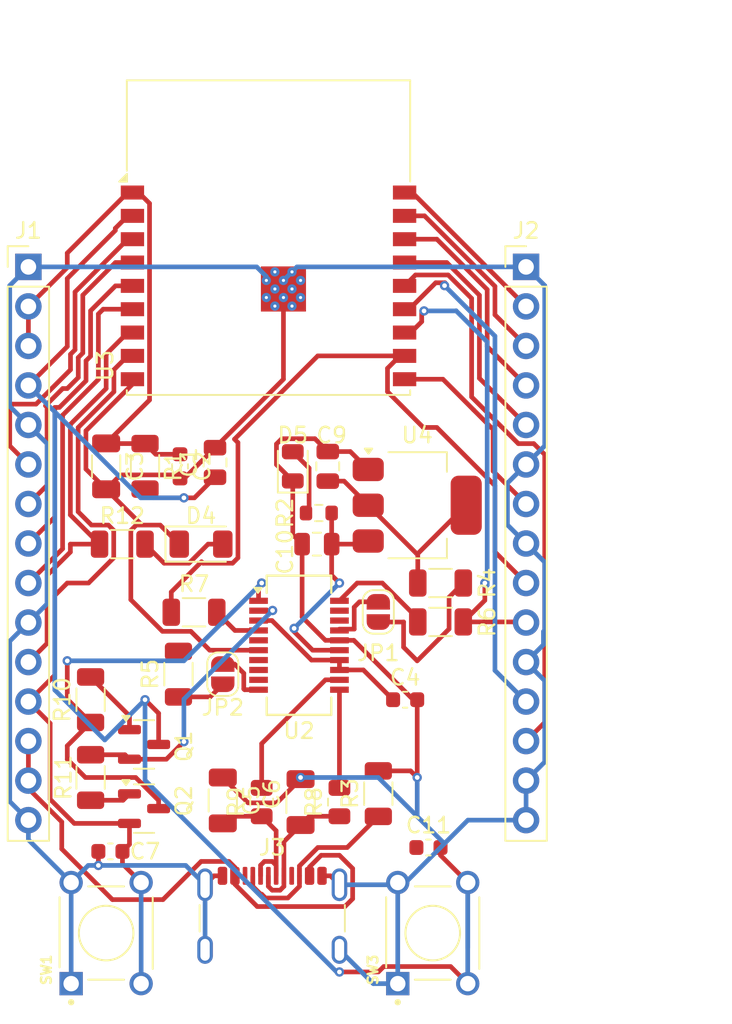
<source format=kicad_pcb>
(kicad_pcb (version 20241229) (generator "pcbnew") (generator_version "9.0")
  (layers (0 "F.Cu" signal) (2 "B.Cu" signal) (13 "F.Paste" user) (15 "B.Paste" user) (5 "F.SilkS" user "F.Silkscreen") (7 "B.SilkS" user "B.Silkscreen") (1 "F.Mask" user) (3 "B.Mask" user) (25 "Edge.Cuts" user))
  (net 0 "")
  (net 1 "/EN")
  (net 2 "GND")
  (net 3 "+3V3")
  (net 4 "/3v3")
  (net 5 "Net-(C5-Pad2)")
  (net 6 "Net-(C6-Pad1)")
  (net 7 "/IO9")
  (net 8 "+5V")
  (net 9 "Net-(D4-A)")
  (net 10 "Net-(D5-A)")
  (net 11 "/IO7")
  (net 12 "/IO5")
  (net 13 "/IO4")
  (net 14 "/IO8")
  (net 15 "/IO6")
  (net 16 "/IO2")
  (net 17 "/IO3")
  (net 18 "/IO19")
  (net 19 "/IO10")
  (net 20 "/U0TXD")
  (net 21 "/IO0")
  (net 22 "/IO1")
  (net 23 "/IO18")
  (net 24 "/U0RXD")
  (net 25 "Net-(J3-CC1)")
  (net 26 "Net-(JP1-A)")
  (net 27 "Net-(JP1-B)")
  (net 28 "Net-(JP2-A)")
  (net 29 "Net-(JP2-B)")
  (net 30 "Net-(Q1-B)")
  (net 31 "/RTS")
  (net 32 "/DTR")
  (net 33 "Net-(Q2-B)")
  (net 34 "Net-(U2-TXD)")
  (net 35 "Net-(U2-RXD)")
  (net 36 "/USBDP")
  (net 37 "/USBDM")
  (footprint "Resistor_SMD:R_1206_3216Metric" (layer "F.Cu") (at 133.5375 92.5)
    (property "Reference" "R12")
    (property "Value" "22k")
  )
  (footprint "Capacitor_SMD:C_0603_1608Metric" (layer "F.Cu") (at 132.775 112.25)
    (property "Reference" "C7")
    (property "Value" "0.1u")
  )
  (footprint "Resistor_SMD:R_1206_3216Metric" (layer "F.Cu") (at 154 95 180)
    (property "Reference" "R4")
    (property "Value" "22k")
  )
  (footprint "sources:SW_1825910-6-4" (layer "F.Cu") (at 132.5 117.5 90)
    (property "Reference" "SW1")
    (property "Value" "SW_MEC_5E")
  )
  (footprint "LED_SMD:LED_1206_3216Metric" (layer "F.Cu") (at 138.6 92.5)
    (property "Reference" "D4")
    (property "Value" "LED")
  )
  (footprint "Capacitor_SMD:C_1206_3216Metric" (layer "F.Cu") (at 140 108.975 -90)
    (property "Reference" "C5")
    (property "Value" "47p")
  )
  (footprint "Capacitor_SMD:C_0805_2012Metric" (layer "F.Cu") (at 139.5 87.25 90)
    (property "Reference" "C1")
    (property "Value" "1u")
  )
  (footprint "Package_TO_SOT_SMD:SOT-23" (layer "F.Cu") (at 134.9375 109.5)
    (property "Reference" "Q2")
    (property "Value" "MMBT2222A")
  )
  (footprint "Resistor_SMD:R_0805_2012Metric" (layer "F.Cu") (at 142.5 109.08 90)
    (property "Reference" "R9")
    (property "Value" "27")
  )
  (footprint "Resistor_SMD:R_1206_3216Metric" (layer "F.Cu") (at 137.15 100.8575 90)
    (property "Reference" "R5")
    (property "Value" "22k")
  )
  (footprint "Capacitor_SMD:C_0805_2012Metric" (layer "F.Cu") (at 146.05 92.5 180)
    (property "Reference" "C10")
    (property "Value" "22u")
  )
  (footprint "LED_SMD:LED_0805_2012Metric" (layer "F.Cu") (at 144.5 87.5 90)
    (property "Reference" "D5")
    (property "Value" "LED")
  )
  (footprint "Resistor_SMD:R_0603_1608Metric" (layer "F.Cu") (at 146.175 90.5 180)
    (property "Reference" "R2")
    (property "Value" "2k")
  )
  (footprint "Jumper:SolderJumper-2_P1.3mm_Open_RoundedPad1.0x1.5mm" (layer "F.Cu") (at 140 100.8575 90)
    (property "Reference" "JP2")
    (property "Value" "~")
  )
  (footprint "Capacitor_SMD:C_1206_3216Metric" (layer "F.Cu") (at 132.5 87.5 -90)
    (property "Reference" "C3")
    (property "Value" "10u")
  )
  (footprint "Package_TO_SOT_SMD:SOT-223-3_TabPin2" (layer "F.Cu") (at 152.5 90)
    (property "Reference" "U4")
    (property "Value" "AMS1117-3.3")
  )
  (footprint "Resistor_SMD:R_0805_2012Metric" (layer "F.Cu") (at 147.5 109.08 90)
    (property "Reference" "R8")
    (property "Value" "27")
  )
  (footprint "Resistor_SMD:R_1206_3216Metric" (layer "F.Cu") (at 150 108.5375 90)
    (property "Reference" "R3")
    (property "Value" "5.1k")
  )
  (footprint "Capacitor_SMD:C_0805_2012Metric" (layer "F.Cu") (at 146.75 87.5 90)
    (property "Reference" "C9")
    (property "Value" "22u")
  )
  (footprint "Capacitor_SMD:C_0603_1608Metric" (layer "F.Cu") (at 137.25 87.5 -90)
    (property "Reference" "C2")
    (property "Value" "0.1u")
  )
  (footprint "Connector_PinHeader_2.54mm:PinHeader_1x15_P2.54mm_Vertical" (layer "F.Cu") (at 127.5 74.68)
    (property "Reference" "J1")
    (property "Value" "Conn_01x15_Pin")
  )
  (footprint "Package_SO:SSOP-20_3.9x8.7mm_P0.635mm" (layer "F.Cu") (at 144.9 99)
    (property "Reference" "U2")
    (property "Value" "FT231XS")
  )
  (footprint "Capacitor_SMD:C_0603_1608Metric" (layer "F.Cu") (at 151.725 102.5)
    (property "Reference" "C4")
    (property "Value" "0.1u")
  )
  (footprint "Jumper:SolderJumper-2_P1.3mm_Open_RoundedPad1.0x1.5mm" (layer "F.Cu") (at 150 96.8575 -90)
    (property "Reference" "JP1")
    (property "Value" "~")
  )
  (footprint "RF_Module:ESP32-C3-WROOM-02" (layer "F.Cu") (at 142.94 75.9)
    (property "Reference" "U3")
    (property "Value" "ESP32-C3-WROOM-02")
  )
  (footprint "Resistor_SMD:R_1206_3216Metric" (layer "F.Cu") (at 154 97.5)
    (property "Reference" "R6")
    (property "Value" "1")
  )
  (footprint "Resistor_SMD:R_1206_3216Metric" (layer "F.Cu") (at 131.5 102.5 90)
    (property "Reference" "R10")
    (property "Value" "10k")
  )
  (footprint "Connector_PinHeader_2.54mm:PinHeader_1x15_P2.54mm_Vertical" (layer "F.Cu") (at 159.5 74.68)
    (property "Reference" "J2")
    (property "Value" "Conn_01x15_Pin")
  )
  (footprint "Package_TO_SOT_SMD:SOT-23" (layer "F.Cu") (at 134.9375 105.375)
    (property "Reference" "Q1")
    (property "Value" "MMBT2222A")
  )
  (footprint "Resistor_SMD:R_1206_3216Metric" (layer "F.Cu") (at 135 87.5 -90)
    (property "Reference" "R1")
    (property "Value" "10k")
  )
  (footprint "Capacitor_SMD:C_0603_1608Metric" (layer "F.Cu") (at 153.225 112)
    (property "Reference" "C11")
    (property "Value" "0.1u")
  )
  (footprint "Resistor_SMD:R_1206_3216Metric" (layer "F.Cu") (at 131.5 107.5 -90)
    (property "Reference" "R11")
    (property "Value" "10k")
  )
  (footprint "Resistor_SMD:R_1206_3216Metric" (layer "F.Cu") (at 138.15 96.88)
    (property "Reference" "R7")
    (property "Value" "1")
  )
  (footprint "Capacitor_SMD:C_1206_3216Metric" (layer "F.Cu") (at 145 109.08 90)
    (property "Reference" "C6")
    (property "Value" "47p")
  )
  (footprint "Connector_USB:USB_C_Receptacle_GCT_USB4105-xx-A_16P_TopMnt_Horizontal" (layer "F.Cu") (at 143.18 117.5)
    (property "Reference" "J3")
    (property "Value" "USB_C_Receptacle_USB2.0_14P")
  )
  (footprint "sources:SW_1825910-6-4" (layer "F.Cu") (at 153.5 117.5 90)
    (property "Reference" "SW3")
    (property "Value" "SW_MEC_5E")
  )
  (segment (start 130 79.8) (end 130 75.427106) (width 0.3) (layer "F.Cu") (net 1))
  (segment (start 130 75.427106) (end 133.09 72.337106) (width 0.3) (layer "F.Cu") (net 1))
  (segment (start 138.175 89.525) (end 139.5 88.2) (width 0.3) (layer "F.Cu") (net 1))
  (segment (start 150 120) (end 147.5 120) (width 0.3) (layer "F.Cu") (net 1))
  (segment (start 135.875 105.375) (end 135.875 103.375) (width 0.3) (layer "F.Cu") (net 1))
  (segment (start 154 112) (end 154 112.5) (width 0.3) (layer "F.Cu") (net 1))
  (segment (start 135 88.9625) (end 135.5625 89.525) (width 0.3) (layer "F.Cu") (net 1))
  (segment (start 133.09 72.2) (end 133.89 71.4) (width 0.3) (layer "F.Cu") (net 1))
  (segment (start 150.349 119.651) (end 150 120) (width 0.3) (layer "F.Cu") (net 1))
  (segment (start 155.75 120.75) (end 154.651 119.651) (width 0.3) (layer "F.Cu") (net 1))
  (segment (start 127.5 82.3) (end 130 79.8) (width 0.3) (layer "F.Cu") (net 1))
  (segment (start 135.875 103.375) (end 135 102.5) (width 0.3) (layer "F.Cu") (net 1))
  (segment (start 133.89 71.4) (end 134.19 71.4) (width 0.3) (layer "F.Cu") (net 1))
  (segment (start 133.09 72.337106) (end 133.09 72.2) (width 0.3) (layer "F.Cu") (net 1))
  (segment (start 154.651 119.651) (end 150.349 119.651) (width 0.3) (layer "F.Cu") (net 1))
  (segment (start 154 112.5) (end 155.75 114.25) (width 0.3) (layer "F.Cu") (net 1))
  (segment (start 135.5625 89.525) (end 138.175 89.525) (width 0.3) (layer "F.Cu") (net 1))
  (via (at 137.5 89.525) (size 0.6) (drill 0.3) (layers "F.Cu" "B.Cu") (net 1))
  (via (at 147.5 120) (size 0.6) (drill 0.3) (layers "F.Cu" "B.Cu") (net 1))
  (via (at 135 102.5) (size 0.6) (drill 0.3) (layers "F.Cu" "B.Cu") (net 1))
  (segment (start 137.5 89.525) (end 134.725 89.525) (width 0.3) (layer "B.Cu") (net 1))
  (segment (start 147.322918 120) (end 135 107.677082) (width 0.3) (layer "B.Cu") (net 1))
  (segment (start 147.5 120) (end 147.322918 120) (width 0.3) (layer "B.Cu") (net 1))
  (segment (start 135 107.677082) (end 135 102.5) (width 0.3) (layer "B.Cu") (net 1))
  (segment (start 129.2 101.877082) (end 129.2 84) (width 0.3) (layer "B.Cu") (net 1))
  (segment (start 132.411459 105.088541) (end 129.2 101.877082) (width 0.3) (layer "B.Cu") (net 1))
  (segment (start 155.75 114.25) (end 155.75 118.448) (width 0.3) (layer "B.Cu") (net 1))
  (segment (start 155.75 114.25) (end 155.75 120.75) (width 0.3) (layer "B.Cu") (net 1))
  (segment (start 129.2 84) (end 127.5 82.3) (width 0.3) (layer "B.Cu") (net 1))
  (segment (start 134.725 89.525) (end 129.2 84) (width 0.3) (layer "B.Cu") (net 1))
  (segment (start 135 102.5) (end 132.411459 105.088541) (width 0.3) (layer "B.Cu") (net 1))
  (segment (start 143.475 109.13) (end 145 107.605) (width 0.3) (layer "F.Cu") (net 2))
  (segment (start 148.426908 98.6825) (end 152.244408 102.5) (width 0.3) (layer "F.Cu") (net 2))
  (segment (start 137.2 92.5) (end 135.975 91.275) (width 0.3) (layer "F.Cu") (net 2))
  (segment (start 137.25 88.275) (end 137.525 88.275) (width 0.3) (layer "F.Cu") (net 2))
  (segment (start 148.2 86.55) (end 149.35 87.7) (width 0.3) (layer "F.Cu") (net 2))
  (segment (start 145 107.605) (end 145 107.5) (width 0.3) (layer "F.Cu") (net 2))
  (segment (start 143.45 86.066056) (end 143.45 87.3875) (width 0.3) (layer "F.Cu") (net 2))
  (segment (start 134.432044 91.275) (end 134.8 91.275) (width 0.3) (layer "F.Cu") (net 2))
  (segment (start 131.2 85.214212) (end 131.2 87.675) (width 0.3) (layer "F.Cu") (net 2))
  (segment (start 141.63 109.13) (end 143.475 109.13) (width 0.3) (layer "F.Cu") (net 2))
  (segment (start 134.19 82.224212) (end 131.2 85.214212) (width 0.3) (layer "F.Cu") (net 2))
  (segment (start 134.19 81.9) (end 134.19 82.224212) (width 0.3) (layer "F.Cu") (net 2))
  (segment (start 143.9 81.9) (end 139.5 86.3) (width 0.3) (layer "F.Cu") (net 2))
  (segment (start 137.944544 98.105) (end 136.119544 98.105) (width 0.3) (layer "F.Cu") (net 2))
  (segment (start 146.6 98.6825) (end 145.1 97.1825) (width 0.3) (layer "F.Cu") (net 2))
  (segment (start 147.5 98.6825) (end 146.6 98.6825) (width 0.3) (layer "F.Cu") (net 2))
  (segment (start 134.0875 91.619544) (end 134.432044 91.275) (width 0.3) (layer "F.Cu") (net 2))
  (segment (start 139.157044 99.3175) (end 137.944544 98.105) (width 0.3) (layer "F.Cu") (net 2))
  (segment (start 143.9 76.1) (end 143.9 81.9) (width 0.3) (layer "F.Cu") (net 2))
  (segment (start 152.244408 102.5) (end 152.5 102.5) (width 0.3) (layer "F.Cu") (net 2))
  (segment (start 135.975 91.275) (end 134.8 91.275) (width 0.3) (layer "F.Cu") (net 2))
  (segment (start 137.025 88.05) (end 133.425 88.05) (width 0.3) (layer "F.Cu") (net 2))
  (segment (start 133.425 88.05) (end 132.5 88.975) (width 0.3) (layer "F.Cu") (net 2))
  (segment (start 145.1 97.1825) (end 145.1 92.5) (width 0.3) (layer "F.Cu") (net 2))
  (segment (start 134.8 91.275) (end 132.5 88.975) (width 0.3) (layer "F.Cu") (net 2))
  (segment (start 147.5 98.6825) (end 148.426908 98.6825) (width 0.3) (layer "F.Cu") (net 2))
  (segment (start 143.791056 85.725) (end 143.45 86.066056) (width 0.3) (layer "F.Cu") (net 2))
  (segment (start 146.75 86.55) (end 145.925 85.725) (width 0.3) (layer "F.Cu") (net 2))
  (segment (start 152.075 107.075) (end 152.5 107.5) (width 0.3) (layer "F.Cu") (net 2))
  (segment (start 145.925 85.725) (end 143.791056 85.725) (width 0.3) (layer "F.Cu") (net 2))
  (segment (start 139.98 113.82) (end 139.435 113.82) (width 0.3) (layer "F.Cu") (net 2))
  (segment (start 146.75 86.55) (end 148.2 86.55) (width 0.3) (layer "F.Cu") (net 2))
  (segment (start 159.18 87.7) (end 159.5 87.38) (width 0.3) (layer "F.Cu") (net 2))
  (segment (start 140 107.5) (end 141.63 109.13) (width 0.3) (layer "F.Cu") (net 2))
  (segment (start 146.925 113.82) (end 147.5 114.395) (width 0.3) (layer "F.Cu") (net 2))
  (segment (start 150 107.075) (end 152.075 107.075) (width 0.3) (layer "F.Cu") (net 2))
  (segment (start 139.435 113.82) (end 138.86 114.395) (width 0.3) (layer "F.Cu") (net 2))
  (segment (start 143.45 87.3875) (end 144.5 88.4375) (width 0.3) (layer "F.Cu") (net 2))
  (segment (start 145.1 92.5) (end 144.5 91.9) (width 0.3) (layer "F.Cu") (net 2))
  (segment (start 146.38 113.82) (end 146.925 113.82) (width 0.3) (layer "F.Cu") (net 2))
  (segment (start 137.25 88.275) (end 137.025 88.05) (width 0.3) (layer "F.Cu") (net 2))
  (segment (start 137.525 88.275) (end 139.5 86.3) (width 0.3) (layer "F.Cu") (net 2))
  (segment (start 136.119544 98.105) (end 134.0875 96.072956) (width 0.3) (layer "F.Cu") (net 2))
  (segment (start 142.3 99.3175) (end 139.157044 99.3175) (width 0.3) (layer "F.Cu") (net 2))
  (segment (start 134.0875 96.072956) (end 134.0875 91.619544) (width 0.3) (layer "F.Cu") (net 2))
  (segment (start 144.5 91.9) (end 144.5 88.4375) (width 0.3) (layer "F.Cu") (net 2))
  (segment (start 131.2 87.675) (end 132.5 88.975) (width 0.3) (layer "F.Cu") (net 2))
  (segment (start 152.5 102.5) (end 152.5 107.5) (width 0.3) (layer "F.Cu") (net 2))
  (segment (start 132 112.25) (end 132 113.151) (width 0.3) (layer "F.Cu") (net 2))
  (via (at 132 113.151) (size 0.6) (drill 0.3) (layers "F.Cu" "B.Cu") (net 2))
  (via (at 145 107.5) (size 0.6) (drill 0.3) (layers "F.Cu" "B.Cu") (net 2))
  (via (at 152.5 107.5) (size 0.6) (drill 0.3) (layers "F.Cu" "B.Cu") (net 2))
  (segment (start 137.616 113.151) (end 138.86 114.395) (width 0.3) (layer "B.Cu") (net 2))
  (segment (start 127.5 74.68) (end 142.18 74.68) (width 0.3) (layer "B.Cu") (net 2))
  (segment (start 127.5 110.24) (end 127.5 111.5) (width 0.3) (layer "B.Cu") (net 2))
  (segment (start 155.76 110.24) (end 159.5 110.24) (width 0.3) (layer "B.Cu") (net 2))
  (segment (start 149.675 120.75) (end 147.5 118.575) (width 0.3) (layer "B.Cu") (net 2))
  (segment (start 160.7 106.5) (end 160.7 101.28) (width 0.3) (layer "B.Cu") (net 2))
  (segment (start 145 107.5) (end 150 107.5) (width 0.3) (layer "B.Cu") (net 2))
  (segment (start 160.7 86.18) (end 160.7 75.88) (width 0.3) (layer "B.Cu") (net 2))
  (segment (start 158.3 91.26) (end 158.3 88.58) (width 0.3) (layer "B.Cu") (net 2))
  (segment (start 130.25 114.25) (end 130.25 120.75) (width 0.3) (layer "B.Cu") (net 2))
  (segment (start 152.5 110) (end 154.25 111.75) (width 0.3) (layer "B.Cu") (net 2))
  (segment (start 160.7 93.66) (end 159.5 92.46) (width 0.3) (layer "B.Cu") (net 2))
  (segment (start 126.3 98.74) (end 126.3 109.04) (width 0.3) (layer "B.Cu") (net 2))
  (segment (start 160.7 101.28) (end 159.5 100.08) (width 0.3) (layer "B.Cu") (net 2))
  (segment (start 160.618529 98.118528) (end 160.7 98.037057) (width 0.3) (layer "B.Cu") (net 2))
  (segment (start 127.5 84.84) (end 128.7 86.04) (width 0.3) (layer "B.Cu") (net 2))
  (segment (start 159.5 100.08) (end 160.618529 98.961471) (width 0.3) (layer "B.Cu") (net 2))
  (segment (start 151.105 114.395) (end 151.25 114.25) (width 0.3) (layer "B.Cu") (net 2))
  (segment (start 159.5 87.38) (end 160.7 86.18) (width 0.3) (layer "B.Cu") (net 2))
  (segment (start 142.8 75.3) (end 142.8 75.55) (width 0.3) (layer "B.Cu") (net 2))
  (segment (start 151.25 120.75) (end 149.675 120.75) (width 0.3) (layer "B.Cu") (net 2))
  (segment (start 128.7 96.34) (end 127.5 97.54) (width 0.3) (layer "B.Cu") (net 2))
  (segment (start 147.5 114.395) (end 151.105 114.395) (width 0.3) (layer "B.Cu") (net 2))
  (segment (start 150 107.5) (end 152.5 110) (width 0.3) (layer "B.Cu") (net 2))
  (segment (start 158.3 88.58) (end 159.5 87.38) (width 0.3) (layer "B.Cu") (net 2))
  (segment (start 128.7 86.04) (end 128.7 96.34) (width 0.3) (layer "B.Cu") (net 2))
  (segment (start 127.5 111.5) (end 130.25 114.25) (width 0.3) (layer "B.Cu") (net 2))
  (segment (start 159.5 110.24) (end 159.5 107.7) (width 0.3) (layer "B.Cu") (net 2))
  (segment (start 126.3 75.88) (end 126.3 83.64) (width 0.3) (layer "B.Cu") (net 2))
  (segment (start 160.618529 98.961471) (end 160.618529 98.118528) (width 0.3) (layer "B.Cu") (net 2))
  (segment (start 152.5 107.5) (end 152.5 110) (width 0.3) (layer "B.Cu") (net 2))
  (segment (start 130.25 114.25) (end 131.349 113.151) (width 0.3) (layer "B.Cu") (net 2))
  (segment (start 127.5 97.54) (end 126.3 98.74) (width 0.3) (layer "B.Cu") (net 2))
  (segment (start 138.86 114.395) (end 138.86 118.575) (width 0.3) (layer "B.Cu") (net 2))
  (segment (start 159.5 92.46) (end 158.3 91.26) (width 0.3) (layer "B.Cu") (net 2))
  (segment (start 151.25 114.25) (end 151.75 114.25) (width 0.3) (layer "B.Cu") (net 2))
  (segment (start 159.5 107.7) (end 160.7 106.5) (width 0.3) (layer "B.Cu") (net 2))
  (segment (start 142.18 74.68) (end 142.8 75.3) (width 0.3) (layer "B.Cu") (net 2))
  (segment (start 144.77 74.68) (end 143.9 75.55) (width 0.3) (layer "B.Cu") (net 2))
  (segment (start 154.25 111.75) (end 155.76 110.24) (width 0.3) (layer "B.Cu") (net 2))
  (segment (start 151.25 114.25) (end 151.25 120.75) (width 0.3) (layer "B.Cu") (net 2))
  (segment (start 126.3 83.64) (end 127.5 84.84) (width 0.3) (layer "B.Cu") (net 2))
  (segment (start 131.349 113.151) (end 132 113.151) (width 0.3) (layer "B.Cu") (net 2))
  (segment (start 151.75 114.25) (end 154.25 111.75) (width 0.3) (layer "B.Cu") (net 2))
  (segment (start 126.3 109.04) (end 127.5 110.24) (width 0.3) (layer "B.Cu") (net 2))
  (segment (start 127.5 74.68) (end 126.3 75.88) (width 0.3) (layer "B.Cu") (net 2))
  (segment (start 159.5 74.68) (end 144.77 74.68) (width 0.3) (layer "B.Cu") (net 2))
  (segment (start 160.7 98.037057) (end 160.7 93.66) (width 0.3) (layer "B.Cu") (net 2))
  (segment (start 160.7 75.88) (end 159.5 74.68) (width 0.3) (layer "B.Cu") (net 2))
  (segment (start 132 113.151) (end 137.616 113.151) (width 0.3) (layer "B.Cu") (net 2))
  (segment (start 135.29 70.6) (end 134.59 69.9) (width 0.3) (layer "F.Cu") (net 3))
  (segment (start 127.5 77.22) (end 127.5 79.76) (width 0.3) (layer "F.Cu") (net 3))
  (segment (start 130 73.79) (end 130 74.72) (width 0.3) (layer "F.Cu") (net 3))
  (segment (start 152.5375 95) (end 152.5375 93.1125) (width 0.3) (layer "F.Cu") (net 3))
  (segment (start 132.5125 86.0375) (end 132.5 86.025) (width 0.3) (layer "F.Cu") (net 3))
  (segment (start 137.25 86.725) (end 135.6875 86.725) (width 0.3) (layer "F.Cu") (net 3))
  (segment (start 132.5 86.025) (end 135.29 83.235) (width 0.3) (layer "F.Cu") (net 3))
  (segment (start 152.5375 93.1125) (end 155.65 90) (width 0.3) (layer "F.Cu") (net 3))
  (segment (start 134.59 69.9) (end 134.19 69.9) (width 0.3) (layer "F.Cu") (net 3))
  (segment (start 135.6875 86.725) (end 135 86.0375) (width 0.3) (layer "F.Cu") (net 3))
  (segment (start 146.75 88.45) (end 147.8 88.45) (width 0.3) (layer "F.Cu") (net 3))
  (segment (start 133.89 69.9) (end 130 73.79) (width 0.3) (layer "F.Cu") (net 3))
  (segment (start 149.35 90) (end 152.4625 93.1125) (width 0.3) (layer "F.Cu") (net 3))
  (segment (start 152.4625 93.1125) (end 152.5375 93.1125) (width 0.3) (layer "F.Cu") (net 3))
  (segment (start 147.8 88.45) (end 149.35 90) (width 0.3) (layer "F.Cu") (net 3))
  (segment (start 130 74.72) (end 127.5 77.22) (width 0.3) (layer "F.Cu") (net 3))
  (segment (start 135.29 83.235) (end 135.29 70.6) (width 0.3) (layer "F.Cu") (net 3))
  (segment (start 135 86.0375) (end 132.5125 86.0375) (width 0.3) (layer "F.Cu") (net 3))
  (segment (start 134.19 69.9) (end 133.89 69.9) (width 0.3) (layer "F.Cu") (net 3))
  (segment (start 150.95 102.5) (end 149.0375 100.5875) (width 0.3) (layer "F.Cu") (net 4))
  (segment (start 147.5 99.9525) (end 147.5 100.5875) (width 0.3) (layer "F.Cu") (net 4))
  (segment (start 145.705 99.9525) (end 143.165 97.4125) (width 0.3) (layer "F.Cu") (net 4))
  (segment (start 143.165 97.4125) (end 142.3 97.4125) (width 0.3) (layer "F.Cu") (net 4))
  (segment (start 149.0375 100.5875) (end 147.5 100.5875) (width 0.3) (layer "F.Cu") (net 4))
  (segment (start 147.5 99.9525) (end 145.705 99.9525) (width 0.3) (layer "F.Cu") (net 4))
  (segment (start 143.18312 112.895) (end 143.43 113.14188) (width 0.3) (layer "F.Cu") (net 5))
  (segment (start 142.43 113.14188) (end 142.67688 112.895) (width 0.3) (layer "F.Cu") (net 5))
  (segment (start 142.67688 112.895) (end 143.18312 112.895) (width 0.3) (layer "F.Cu") (net 5))
  (segment (start 143.43 110.9225) (end 143.43 113.82) (width 0.3) (layer "F.Cu") (net 5))
  (segment (start 142.43 113.82) (end 142.43 113.14188) (width 0.3) (layer "F.Cu") (net 5))
  (segment (start 142.5 109.9925) (end 140.4575 109.9925) (width 0.3) (layer "F.Cu") (net 5))
  (segment (start 143.43 113.14188) (end 143.43 113.82) (width 0.3) (layer "F.Cu") (net 5))
  (segment (start 140.4575 109.9925) (end 140 110.45) (width 0.3) (layer "F.Cu") (net 5))
  (segment (start 142.5 109.9925) (end 143.43 110.9225) (width 0.3) (layer "F.Cu") (net 5))
  (segment (start 143.93 114.49812) (end 143.93 113.82) (width 0.3) (layer "F.Cu") (net 6))
  (segment (start 142.93 114.49812) (end 143.17688 114.745) (width 0.3) (layer "F.Cu") (net 6))
  (segment (start 147.5 109.9925) (end 145.5625 109.9925) (width 0.3) (layer "F.Cu") (net 6))
  (segment (start 143.68312 114.745) (end 143.93 114.49812) (width 0.3) (layer "F.Cu") (net 6))
  (segment (start 145 110.555) (end 143.93 111.625) (width 0.3) (layer "F.Cu") (net 6))
  (segment (start 145.5625 109.9925) (end 145 110.555) (width 0.3) (layer "F.Cu") (net 6))
  (segment (start 142.93 113.82) (end 142.93 114.49812) (width 0.3) (layer "F.Cu") (net 6))
  (segment (start 143.93 111.625) (end 143.93 113.82) (width 0.3) (layer "F.Cu") (net 6))
  (segment (start 143.17688 114.745) (end 143.68312 114.745) (width 0.3) (layer "F.Cu") (net 6))
  (segment (start 133 81.29) (end 133 82.707106) (width 0.3) (layer "F.Cu") (net 7))
  (segment (start 129.2 100.92) (end 127.5 102.62) (width 0.3) (layer "F.Cu") (net 7))
  (segment (start 131.557106 91.275) (end 132.642956 91.275) (width 0.3) (layer "F.Cu") (net 7))
  (segment (start 133.55 112.25) (end 133.55 113.05) (width 0.3) (layer "F.Cu") (net 7))
  (segment (start 133.89 80.4) (end 133 81.29) (width 0.3) (layer "F.Cu") (net 7))
  (segment (start 134 110.45) (end 134 111.8) (width 0.3) (layer "F.Cu") (net 7))
  (segment (start 134.19 80.4) (end 133.89 80.4) (width 0.3) (layer "F.Cu") (net 7))
  (segment (start 129.2 95.8) (end 129.2 100.92) (width 0.3) (layer "F.Cu") (net 7))
  (segment (start 133 82.707106) (end 130.7 85.007106) (width 0.3) (layer "F.Cu") (net 7))
  (segment (start 132.9875 91.619544) (end 132.9875 93.380456) (width 0.3) (layer "F.Cu") (net 7))
  (segment (start 130.7 85.007106) (end 130.7 90.417894) (width 0.3) (layer "F.Cu") (net 7))
  (segment (start 130.7 90.417894) (end 131.557106 91.275) (width 0.3) (layer "F.Cu") (net 7))
  (segment (start 128.900001 108.9) (end 128.900001 104.020001) (width 0.3) (layer "F.Cu") (net 7))
  (segment (start 134 110.45) (end 130.450001 110.45) (width 0.3) (layer "F.Cu") (net 7))
  (segment (start 128.900001 104.020001) (end 127.5 102.62) (width 0.3) (layer "F.Cu") (net 7))
  (segment (start 130.450001 110.45) (end 128.900001 108.9) (width 0.3) (layer "F.Cu") (net 7))
  (segment (start 132.642956 91.275) (end 132.9875 91.619544) (width 0.3) (layer "F.Cu") (net 7))
  (segment (start 131.367956 95) (end 130 95) (width 0.3) (layer "F.Cu") (net 7))
  (segment (start 130 95) (end 129.2 95.8) (width 0.3) (layer "F.Cu") (net 7))
  (segment (start 134 111.8) (end 133.55 112.25) (width 0.3) (layer "F.Cu") (net 7))
  (segment (start 133.55 113.05) (end 134.75 114.25) (width 0.3) (layer "F.Cu") (net 7))
  (segment (start 132.9875 93.380456) (end 131.367956 95) (width 0.3) (layer "F.Cu") (net 7))
  (segment (start 134.75 114.25) (end 134.75 120.75) (width 0.3) (layer "B.Cu") (net 7))
  (segment (start 127.5 108.207105) (end 127.5 107.7) (width 0.3) (layer "F.Cu") (net 8))
  (segment (start 127.5 107.7) (end 127.5 105.16) (width 0.3) (layer "F.Cu") (net 8))
  (segment (start 142.215305 115.795) (end 140.78 114.359695) (width 0.3) (layer "F.Cu") (net 8))
  (segment (start 148.35 113.35) (end 148.35 115.297082) (width 0.3) (layer "F.Cu") (net 8))
  (segment (start 140.78 113.28) (end 140.395 112.895) (width 0.3) (layer "F.Cu") (net 8))
  (segment (start 145.777106 99.3175) (end 144.479803 98.020197) (width 0.3) (layer "F.Cu") (net 8))
  (segment (start 132.903221 115.349) (end 129.646447 112.092226) (width 0.3) (layer "F.Cu") (net 8))
  (segment (start 147.5 99.3175) (end 145.777106 99.3175) (width 0.3) (layer "F.Cu") (net 8))
  (segment (start 147 92.5) (end 147 94.5) (width 0.3) (layer "F.Cu") (net 8))
  (segment (start 145.58 113.245001) (end 146.325001 112.5) (width 0.3) (layer "F.Cu") (net 8))
  (segment (start 146.325001 112.5) (end 147.5 112.5) (width 0.3) (layer "F.Cu") (net 8))
  (segment (start 136.153918 115.349) (end 132.903221 115.349) (width 0.3) (layer "F.Cu") (net 8))
  (segment (start 129.646447 110.353552) (end 127.5 108.207105) (width 0.3) (layer "F.Cu") (net 8))
  (segment (start 147 92.5) (end 149.15 92.5) (width 0.3) (layer "F.Cu") (net 8))
  (segment (start 144.479803 98.020197) (end 144.58587 97.91413) (width 0.3) (layer "F.Cu") (net 8))
  (segment (start 140.395 112.895) (end 138.607918 112.895) (width 0.3) (layer "F.Cu") (net 8))
  (segment (start 138.607918 112.895) (end 136.153918 115.349) (width 0.3) (layer "F.Cu") (net 8))
  (segment (start 147 90.5) (end 147 92.5) (width 0.3) (layer "F.Cu") (net 8))
  (segment (start 140.78 113.82) (end 140.78 113.28) (width 0.3) (layer "F.Cu") (net 8))
  (segment (start 148.35 115.297082) (end 147.852082 115.795) (width 0.3) (layer "F.Cu") (net 8))
  (segment (start 129.646447 112.092226) (end 129.646447 110.353552) (width 0.3) (layer "F.Cu") (net 8))
  (segment (start 147.5 112.5) (end 148.35 113.35) (width 0.3) (layer "F.Cu") (net 8))
  (segment (start 147.852082 115.795) (end 142.215305 115.795) (width 0.3) (layer "F.Cu") (net 8))
  (segment (start 147 94.5) (end 147.5 95) (width 0.3) (layer "F.Cu") (net 8))
  (segment (start 140.78 114.359695) (end 140.78 113.82) (width 0.3) (layer "F.Cu") (net 8))
  (segment (start 149.15 92.5) (end 149.35 92.3) (width 0.3) (layer "F.Cu") (net 8))
  (segment (start 145.58 113.82) (end 145.58 113.245001) (width 0.3) (layer "F.Cu") (net 8))
  (via (at 147.5 95) (size 0.6) (drill 0.3) (layers "F.Cu" "B.Cu") (net 8))
  (via (at 144.58587 97.91413) (size 0.6) (drill 0.3) (layers "F.Cu" "B.Cu") (net 8))
  (segment (start 144.58587 97.91413) (end 147.5 95) (width 0.3) (layer "B.Cu") (net 8))
  (segment (start 135 92.5) (end 136.225 93.725) (width 0.3) (layer "F.Cu") (net 9))
  (segment (start 137.830456 93.725) (end 139.055456 92.5) (width 0.3) (layer "F.Cu") (net 9))
  (segment (start 139.055456 92.5) (end 140 92.5) (width 0.3) (layer "F.Cu") (net 9))
  (segment (start 136.225 93.725) (end 137.830456 93.725) (width 0.3) (layer "F.Cu") (net 9))
  (segment (start 144.5 86.5625) (end 145.55 87.6125) (width 0.3) (layer "F.Cu") (net 10))
  (segment (start 145.55 90.3) (end 145.35 90.5) (width 0.3) (layer "F.Cu") (net 10))
  (segment (start 145.55 87.6125) (end 145.55 90.3) (width 0.3) (layer "F.Cu") (net 10))
  (segment (start 132.307106 77.4) (end 132 77.707106) (width 0.3) (layer "F.Cu") (net 11))
  (segment (start 132 81.914213) (end 129.7 84.214213) (width 0.3) (layer "F.Cu") (net 11))
  (segment (start 134.19 77.4) (end 132.307106 77.4) (width 0.3) (layer "F.Cu") (net 11))
  (segment (start 129.7 84.214213) (end 129.7 92.8) (width 0.3) (layer "F.Cu") (net 11))
  (segment (start 132 77.707106) (end 132 81.914213) (width 0.3) (layer "F.Cu") (net 11))
  (segment (start 129.7 92.8) (end 127.5 95) (width 0.3) (layer "F.Cu") (net 11))
  (segment (start 130 82.5) (end 129.704163 82.5) (width 0.3) (layer "F.Cu") (net 12))
  (segment (start 128.7 83.699999) (end 128.7 88.72) (width 0.3) (layer "F.Cu") (net 12))
  (segment (start 130.707107 81.792893) (end 130 82.5) (width 0.3) (layer "F.Cu") (net 12))
  (segment (start 131 80.214213) (end 130.707107 80.507107) (width 0.3) (layer "F.Cu") (net 12))
  (segment (start 128.7 88.72) (end 127.5 89.92) (width 0.3) (layer "F.Cu") (net 12))
  (segment (start 133.097106 74.4) (end 131 76.497106) (width 0.3) (layer "F.Cu") (net 12))
  (segment (start 131 76.497106) (end 131 80.214213) (width 0.3) (layer "F.Cu") (net 12))
  (segment (start 130.707107 80.507107) (end 130.707107 81.792893) (width 0.3) (layer "F.Cu") (net 12))
  (segment (start 128.602082 83.602081) (end 128.7 83.699999) (width 0.3) (layer "F.Cu") (net 12))
  (segment (start 129.704163 82.5) (end 128.602082 83.602081) (width 0.3) (layer "F.Cu") (net 12))
  (segment (start 134.19 74.4) (end 133.097106 74.4) (width 0.3) (layer "F.Cu") (net 12))
  (segment (start 126.5 83.5) (end 126.3 83.7) (width 0.3) (layer "F.Cu") (net 13))
  (segment (start 126.3 83.7) (end 126.3 86.18) (width 0.3) (layer "F.Cu") (net 13))
  (segment (start 130.5 76.29) (end 130.5 80.007107) (width 0.3) (layer "F.Cu") (net 13))
  (segment (start 127.997057 83.5) (end 126.5 83.5) (width 0.3) (layer "F.Cu") (net 13))
  (segment (start 130.5 80.007107) (end 130.207107 80.3) (width 0.3) (layer "F.Cu") (net 13))
  (segment (start 134.19 72.9) (end 133.89 72.9) (width 0.3) (layer "F.Cu") (net 13))
  (segment (start 126.3 86.18) (end 127.5 87.38) (width 0.3) (layer "F.Cu") (net 13))
  (segment (start 130.207107 81.28995) (end 127.997057 83.5) (width 0.3) (layer "F.Cu") (net 13))
  (segment (start 133.89 72.9) (end 130.5 76.29) (width 0.3) (layer "F.Cu") (net 13))
  (segment (start 130.207107 80.3) (end 130.207107 81.28995) (width 0.3) (layer "F.Cu") (net 13))
  (segment (start 128.7 98.88) (end 127.5 100.08) (width 0.3) (layer "F.Cu") (net 14))
  (segment (start 133.89 78.9) (end 132.5 80.29) (width 0.3) (layer "F.Cu") (net 14))
  (segment (start 128.7 94.507106) (end 128.7 98.88) (width 0.3) (layer "F.Cu") (net 14))
  (segment (start 134.19 78.9) (end 133.89 78.9) (width 0.3) (layer "F.Cu") (net 14))
  (segment (start 130.2 93.007106) (end 128.7 94.507106) (width 0.3) (layer "F.Cu") (net 14))
  (segment (start 130.2 84.8) (end 130.2 90.625) (width 0.3) (layer "F.Cu") (net 14))
  (segment (start 132.075 92.5) (end 130.2 92.5) (width 0.3) (layer "F.Cu") (net 14))
  (segment (start 130.2 92.5) (end 130.2 93.007106) (width 0.3) (layer "F.Cu") (net 14))
  (segment (start 130.2 90.625) (end 132.075 92.5) (width 0.3) (layer "F.Cu") (net 14))
  (segment (start 132.5 80.29) (end 132.5 82.5) (width 0.3) (layer "F.Cu") (net 14))
  (segment (start 132.5 82.5) (end 130.2 84.8) (width 0.3) (layer "F.Cu") (net 14))
  (segment (start 131.207107 82) (end 131.207107 80.714214) (width 0.3) (layer "F.Cu") (net 15))
  (segment (start 127.5 92.46) (end 129.2 90.76) (width 0.3) (layer "F.Cu") (net 15))
  (segment (start 131.5 80.421321) (end 131.5 77.5) (width 0.3) (layer "F.Cu") (net 15))
  (segment (start 133.1 75.9) (end 134.19 75.9) (width 0.3) (layer "F.Cu") (net 15))
  (segment (start 131.5 77.5) (end 133.1 75.9) (width 0.3) (layer "F.Cu") (net 15))
  (segment (start 131.207107 80.714214) (end 131.5 80.421321) (width 0.3) (layer "F.Cu") (net 15))
  (segment (start 129.2 90.76) (end 129.2 83.711269) (width 0.3) (layer "F.Cu") (net 15))
  (segment (start 129.2 83.711269) (end 129.495838 83.711269) (width 0.3) (layer "F.Cu") (net 15))
  (segment (start 129.495838 83.711269) (end 131.207107 82) (width 0.3) (layer "F.Cu") (net 15))
  (segment (start 157 79.8) (end 159.5 82.3) (width 0.3) (layer "F.Cu") (net 16))
  (segment (start 157 76.134212) (end 157 79.8) (width 0.3) (layer "F.Cu") (net 16))
  (segment (start 151.69 72.9) (end 153.765788 72.9) (width 0.3) (layer "F.Cu") (net 16))
  (segment (start 153.765788 72.9) (end 157 76.134212) (width 0.3) (layer "F.Cu") (net 16))
  (segment (start 154.4 74.4) (end 156.5 76.5) (width 0.3) (layer "F.Cu") (net 17))
  (segment (start 156.5 76.5) (end 156.5 81.84) (width 0.3) (layer "F.Cu") (net 17))
  (segment (start 156.5 81.84) (end 159.5 84.84) (width 0.3) (layer "F.Cu") (net 17))
  (segment (start 151.69 74.4) (end 154.4 74.4) (width 0.3) (layer "F.Cu") (net 17))
  (segment (start 154.492894 75.2) (end 156 76.707106) (width 0.3) (layer "F.Cu") (net 18))
  (segment (start 156 76.707106) (end 156 83.037057) (width 0.3) (layer "F.Cu") (net 18))
  (segment (start 160.7 86.742943) (end 160.7 103.96) (width 0.3) (layer "F.Cu") (net 18))
  (segment (start 160.7 103.96) (end 159.5 105.16) (width 0.3) (layer "F.Cu") (net 18))
  (segment (start 152.39 75.2) (end 154.492894 75.2) (width 0.3) (layer "F.Cu") (net 18))
  (segment (start 156 83.037057) (end 159.002943 86.04) (width 0.3) (layer "F.Cu") (net 18))
  (segment (start 151.69 75.9) (end 152.39 75.2) (width 0.3) (layer "F.Cu") (net 18))
  (segment (start 159.997057 86.04) (end 160.7 86.742943) (width 0.3) (layer "F.Cu") (net 18))
  (segment (start 159.002943 86.04) (end 159.997057 86.04) (width 0.3) (layer "F.Cu") (net 18))
  (segment (start 157.377919 85.122082) (end 157.377919 87.797919) (width 0.3) (layer "F.Cu") (net 19))
  (segment (start 156.127918 83.872082) (end 156.127919 83.872082) (width 0.3) (layer "F.Cu") (net 19))
  (segment (start 157.377919 87.797919) (end 159.5 89.92) (width 0.3) (layer "F.Cu") (net 19))
  (segment (start 154.155836 81.9) (end 156.127918 83.872082) (width 0.3) (layer "F.Cu") (net 19))
  (segment (start 151.69 81.9) (end 154.155836 81.9) (width 0.3) (layer "F.Cu") (net 19))
  (segment (start 156.127919 83.872082) (end 157.377919 85.122082) (width 0.3) (layer "F.Cu") (net 19))
  (segment (start 156.85 96.1125) (end 155.4625 97.5) (width 0.3) (layer "F.Cu") (net 20))
  (segment (start 152.930382 77.5) (end 152.940002 77.50962) (width 0.3) (layer "F.Cu") (net 20))
  (segment (start 151.69 78.9) (end 152.09 78.9) (width 0.3) (layer "F.Cu") (net 20))
  (segment (start 156.85 95) (end 156.85 96.1125) (width 0.3) (layer "F.Cu") (net 20))
  (segment (start 159.46 97.5) (end 159.5 97.54) (width 0.3) (layer "F.Cu") (net 20))
  (segment (start 152.09 78.9) (end 152.79 78.2) (width 0.3) (layer "F.Cu") (net 20))
  (segment (start 155.4625 97.5) (end 159.46 97.5) (width 0.3) (layer "F.Cu") (net 20))
  (segment (start 152.79 77.5) (end 152.930382 77.5) (width 0.3) (layer "F.Cu") (net 20))
  (segment (start 152.79 78.2) (end 152.79 77.5) (width 0.3) (layer "F.Cu") (net 20))
  (via (at 152.940002 77.50962) (size 0.6) (drill 0.3) (layers "F.Cu" "B.Cu") (net 20))
  (via (at 156.85 95) (size 0.6) (drill 0.3) (layers "F.Cu" "B.Cu") (net 20))
  (segment (start 154.99038 77.50962) (end 155 77.5) (width 0.3) (layer "B.Cu") (net 20))
  (segment (start 152.940002 77.50962) (end 154.99038 77.50962) (width 0.3) (layer "B.Cu") (net 20))
  (segment (start 157 95.15) (end 156.85 95) (width 0.3) (layer "B.Cu") (net 20))
  (segment (start 155 77.5) (end 157 79.5) (width 0.3) (layer "B.Cu") (net 20))
  (segment (start 157 79.5) (end 157 95.15) (width 0.3) (layer "B.Cu") (net 20))
  (segment (start 152.18 69.9) (end 159.5 77.22) (width 0.3) (layer "F.Cu") (net 21))
  (segment (start 151.69 69.9) (end 152.18 69.9) (width 0.3) (layer "F.Cu") (net 21))
  (segment (start 157.5 75.927106) (end 157.5 77.76) (width 0.3) (layer "F.Cu") (net 22))
  (segment (start 151.69 71.4) (end 152.972894 71.4) (width 0.3) (layer "F.Cu") (net 22))
  (segment (start 152.972894 71.4) (end 157.5 75.927106) (width 0.3) (layer "F.Cu") (net 22))
  (segment (start 157.5 77.76) (end 159.5 79.76) (width 0.3) (layer "F.Cu") (net 22))
  (segment (start 151.69 77.4) (end 151.99 77.4) (width 0.3) (layer "F.Cu") (net 23))
  (segment (start 154.285788 75.7) (end 154.292894 75.707106) (width 0.3) (layer "F.Cu") (net 23))
  (segment (start 153.69 75.7) (end 154.285788 75.7) (width 0.3) (layer "F.Cu") (net 23))
  (segment (start 154.292894 75.707106) (end 154.258274 75.741726) (width 0.3) (layer "F.Cu") (net 23))
  (segment (start 154.258274 75.741726) (end 154.258274 75.88462) (width 0.3) (layer "F.Cu") (net 23))
  (segment (start 151.99 77.4) (end 153.69 75.7) (width 0.3) (layer "F.Cu") (net 23))
  (via (at 154.258274 75.88462) (size 0.6) (drill 0.3) (layers "F.Cu" "B.Cu") (net 23))
  (segment (start 157.5 100.62) (end 159.5 102.62) (width 0.3) (layer "B.Cu") (net 23))
  (segment (start 154.258274 75.88462) (end 157.5 79.126346) (width 0.3) (layer "B.Cu") (net 23))
  (segment (start 157.5 79.126346) (end 157.5 100.62) (width 0.3) (layer "B.Cu") (net 23))
  (segment (start 150.59 82.7) (end 152.89 85) (width 0.3) (layer "F.Cu") (net 24))
  (segment (start 153.759354 85) (end 157.5 88.740646) (width 0.3) (layer "F.Cu") (net 24))
  (segment (start 136.6875 95.575062) (end 138.631282 93.63128) (width 0.3) (layer "F.Cu") (net 24))
  (segment (start 138.725002 93.725) (end 140.630456 93.725) (width 0.3) (layer "F.Cu") (net 24))
  (segment (start 140.630456 93.725) (end 140.975 93.380456) (width 0.3) (layer "F.Cu") (net 24))
  (segment (start 146.107106 80.4) (end 151.69 80.4) (width 0.3) (layer "F.Cu") (net 24))
  (segment (start 151.39 80.4) (end 150.59 81.2) (width 0.3) (layer "F.Cu") (net 24))
  (segment (start 140.975 85.975) (end 140.753553 85.753553) (width 0.3) (layer "F.Cu") (net 24))
  (segment (start 140.753553 85.753553) (end 146.107106 80.4) (width 0.3) (layer "F.Cu") (net 24))
  (segment (start 138.631282 93.63128) (end 138.725002 93.725) (width 0.3) (layer "F.Cu") (net 24))
  (segment (start 140.975 93.380456) (end 140.975 85.975) (width 0.3) (layer "F.Cu") (net 24))
  (segment (start 136.6875 96.88) (end 136.6875 95.575062) (width 0.3) (layer "F.Cu") (net 24))
  (segment (start 150.59 81.2) (end 150.59 82.7) (width 0.3) (layer "F.Cu") (net 24))
  (segment (start 152.89 85) (end 153.759354 85) (width 0.3) (layer "F.Cu") (net 24))
  (segment (start 157.5 93) (end 159.5 95) (width 0.3) (layer "F.Cu") (net 24))
  (segment (start 151.69 80.4) (end 151.39 80.4) (width 0.3) (layer "F.Cu") (net 24))
  (segment (start 157.5 88.740646) (end 157.5 93) (width 0.3) (layer "F.Cu") (net 24))
  (segment (start 142.43188 115) (end 142.5 115) (width 0.3) (layer "F.Cu") (net 25))
  (segment (start 148 112) (end 146.113738 112) (width 0.3) (layer "F.Cu") (net 25))
  (segment (start 141.93 113.82) (end 141.93 114.49812) (width 0.3) (layer "F.Cu") (net 25))
  (segment (start 144.18312 115.245) (end 142.745 115.245) (width 0.3) (layer "F.Cu") (net 25))
  (segment (start 141.93 114.49812) (end 142.43188 115) (width 0.3) (layer "F.Cu") (net 25))
  (segment (start 150 110) (end 148 112) (width 0.3) (layer "F.Cu") (net 25))
  (segment (start 144.93 113.183738) (end 144.93 113.82) (width 0.3) (layer "F.Cu") (net 25))
  (segment (start 144.93 114.49812) (end 144.18312 115.245) (width 0.3) (layer "F.Cu") (net 25))
  (segment (start 142.745 115.245) (end 142.5 115) (width 0.3) (layer "F.Cu") (net 25))
  (segment (start 144.93 113.82) (end 144.93 114.49812) (width 0.3) (layer "F.Cu") (net 25))
  (segment (start 146.113738 112) (end 144.93 113.183738) (width 0.3) (layer "F.Cu") (net 25))
  (segment (start 148.7925 96.2075) (end 148.45 96.55) (width 0.3) (layer "F.Cu") (net 26))
  (segment (start 148.45 96.55) (end 148.45 97.9625) (width 0.3) (layer "F.Cu") (net 26))
  (segment (start 150 96.2075) (end 148.7925 96.2075) (width 0.3) (layer "F.Cu") (net 26))
  (segment (start 148.45 97.9625) (end 147.5 97.9625) (width 0.3) (layer "F.Cu") (net 26))
  (segment (start 151.625 97.5) (end 151.625 99.125) (width 0.3) (layer "F.Cu") (net 27))
  (segment (start 150 97.5075) (end 151.6175 97.5075) (width 0.3) (layer "F.Cu") (net 27))
  (segment (start 151.625 99.125) (end 152.5 100) (width 0.3) (layer "F.Cu") (net 27))
  (segment (start 151.6175 97.5075) (end 151.625 97.5) (width 0.3) (layer "F.Cu") (net 27))
  (segment (start 154.55 97.95) (end 154.55 95.9125) (width 0.3) (layer "F.Cu") (net 27))
  (segment (start 154.55 95.9125) (end 155.4625 95) (width 0.3) (layer "F.Cu") (net 27))
  (segment (start 152.5 100) (end 154.55 97.95) (width 0.3) (layer "F.Cu") (net 27))
  (segment (start 139.1875 102.32) (end 140 101.5075) (width 0.3) (layer "F.Cu") (net 28))
  (segment (start 137.15 102.32) (end 139.1875 102.32) (width 0.3) (layer "F.Cu") (net 28))
  (segment (start 141.35 100.8025) (end 141.35 101.8075) (width 0.3) (layer "F.Cu") (net 29))
  (segment (start 140 100.2075) (end 140.755 100.2075) (width 0.3) (layer "F.Cu") (net 29))
  (segment (start 140.755 100.2075) (end 141.35 100.8025) (width 0.3) (layer "F.Cu") (net 29))
  (segment (start 141.4 101.8575) (end 142.3 101.8575) (width 0.3) (layer "F.Cu") (net 29))
  (segment (start 141.35 101.8075) (end 141.4 101.8575) (width 0.3) (layer "F.Cu") (net 29))
  (segment (start 131.5 101.0375) (end 134 103.5375) (width 0.3) (layer "F.Cu") (net 30))
  (segment (start 134 103.5375) (end 134 104.425) (width 0.3) (layer "F.Cu") (net 30))
  (segment (start 131.5 106.0375) (end 133.7125 106.0375) (width 0.3) (layer "F.Cu") (net 31))
  (segment (start 137.5 105) (end 137.5 105.198762) (width 0.3) (layer "F.Cu") (net 31))
  (segment (start 136.373762 106.325) (end 137.5 105.198762) (width 0.3) (layer "F.Cu") (net 31))
  (segment (start 142.3 96.7775) (end 143.2 96.7775) (width 0.3) (layer "F.Cu") (net 31))
  (segment (start 133.7125 106.0375) (end 134 106.325) (width 0.3) (layer "F.Cu") (net 31))
  (segment (start 134 106.325) (end 136.373762 106.325) (width 0.3) (layer "F.Cu") (net 31))
  (via (at 143.200773 96.763484) (size 0.6) (drill 0.3) (layers "F.Cu" "B.Cu") (net 31))
  (via (at 137.5 105.198762) (size 0.6) (drill 0.3) (layers "F.Cu" "B.Cu") (net 31))
  (segment (start 143.200773 96.763484) (end 137.5 102.464257) (width 0.3) (layer "B.Cu") (net 31))
  (segment (start 137.5 102.464257) (end 137.5 105.198762) (width 0.3) (layer "B.Cu") (net 31))
  (segment (start 131.169544 107.5) (end 130 106.330456) (width 0.3) (layer "F.Cu") (net 32))
  (segment (start 134.398762 107.5) (end 131.169544 107.5) (width 0.3) (layer "F.Cu") (net 32))
  (segment (start 135.875 109.5) (end 135.875 108.976238) (width 0.3) (layer "F.Cu") (net 32))
  (segment (start 130 105.4625) (end 131.5 103.9625) (width 0.3) (layer "F.Cu") (net 32))
  (segment (start 130 106.330456) (end 130 105.4625) (width 0.3) (layer "F.Cu") (net 32))
  (segment (start 142.3 95.2) (end 142.5 95) (width 0.3) (layer "F.Cu") (net 32))
  (segment (start 131.5 103.9625) (end 130 102.4625) (width 0.3) (layer "F.Cu") (net 32))
  (segment (start 135.875 108.976238) (end 134.398762 107.5) (width 0.3) (layer "F.Cu") (net 32))
  (segment (start 142.3 96.1425) (end 142.3 95.2) (width 0.3) (layer "F.Cu") (net 32))
  (segment (start 130 102.4625) (end 130 100) (width 0.3) (layer "F.Cu") (net 32))
  (via (at 130 100) (size 0.6) (drill 0.3) (layers "F.Cu" "B.Cu") (net 32))
  (via (at 142.5 95) (size 0.6) (drill 0.3) (layers "F.Cu" "B.Cu") (net 32))
  (segment (start 137.5 100) (end 142.5 95) (width 0.3) (layer "B.Cu") (net 32))
  (segment (start 130 100) (end 137.5 100) (width 0.3) (layer "B.Cu") (net 32))
  (segment (start 131.5 108.9625) (end 133.5875 108.9625) (width 0.3) (layer "F.Cu") (net 33))
  (segment (start 133.5875 108.9625) (end 134 108.55) (width 0.3) (layer "F.Cu") (net 33))
  (segment (start 148.6425 95) (end 147.5 96.1425) (width 0.3) (layer "F.Cu") (net 34))
  (segment (start 152.5375 97.280411) (end 150.257089 95) (width 0.3) (layer "F.Cu") (net 34))
  (segment (start 152.5375 97.5) (end 152.5375 97.280411) (width 0.3) (layer "F.Cu") (net 34))
  (segment (start 150.257089 95) (end 148.6425 95) (width 0.3) (layer "F.Cu") (net 34))
  (segment (start 139.6125 96.88) (end 140.78 98.0475) (width 0.3) (layer "F.Cu") (net 35))
  (segment (start 140.78 98.0475) (end 142.3 98.0475) (width 0.3) (layer "F.Cu") (net 35))
  (segment (start 147.5 108.1675) (end 147.5 101.8575) (width 0.3) (layer "F.Cu") (net 36))
  (segment (start 146.6 101.2225) (end 147.5 101.2225) (width 0.3) (layer "F.Cu") (net 37))
  (segment (start 142.5 108.1675) (end 142.5 105.3225) (width 0.3) (layer "F.Cu") (net 37))
  (segment (start 142.5 105.3225) (end 146.6 101.2225) (width 0.3) (layer "F.Cu") (net 37))
)
</source>
